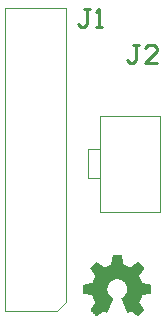
<source format=gto>
G04 Layer_Color=65535*
%FSLAX44Y44*%
%MOMM*%
G71*
G01*
G75*
%ADD10C,0.2540*%
%ADD12C,0.1000*%
G36*
X479307Y686689D02*
Y686535D01*
Y686380D01*
X479462D01*
Y686226D01*
Y686072D01*
Y685918D01*
Y685764D01*
Y685610D01*
Y685456D01*
X479616D01*
Y685302D01*
Y685147D01*
Y684993D01*
Y684839D01*
Y684685D01*
Y684531D01*
Y684377D01*
X479770D01*
Y684223D01*
Y684069D01*
Y683914D01*
Y683760D01*
Y683606D01*
Y683452D01*
X479924D01*
Y683298D01*
Y683144D01*
Y682990D01*
Y682835D01*
Y682681D01*
Y682527D01*
X480078D01*
Y682373D01*
Y682219D01*
Y682065D01*
Y681911D01*
Y681757D01*
X480232D01*
Y681602D01*
Y681448D01*
Y681294D01*
Y681140D01*
Y680986D01*
X480386D01*
Y680832D01*
Y680678D01*
X480541D01*
Y680524D01*
Y680369D01*
Y680215D01*
Y680061D01*
Y679907D01*
X480695D01*
Y679753D01*
Y679599D01*
Y679445D01*
Y679290D01*
Y679136D01*
X480849D01*
Y678982D01*
X481003D01*
Y678828D01*
X481157D01*
Y678674D01*
X481619D01*
Y678520D01*
X482082D01*
Y678366D01*
X482544D01*
Y678212D01*
X483007D01*
Y678057D01*
X483315D01*
Y677903D01*
X483469D01*
Y677749D01*
X483777D01*
Y677595D01*
X484086D01*
Y677441D01*
X484548D01*
Y677287D01*
X485010D01*
Y677133D01*
X485473D01*
Y676979D01*
X485935D01*
Y676824D01*
X486860D01*
Y676979D01*
X487168D01*
Y677133D01*
X487322D01*
Y677287D01*
X487630D01*
Y677441D01*
X487939D01*
Y677595D01*
X488093D01*
Y677749D01*
X488247D01*
Y677903D01*
X488555D01*
Y678057D01*
X488709D01*
Y678212D01*
X488863D01*
Y678366D01*
X489172D01*
Y678520D01*
X489480D01*
Y678674D01*
X489634D01*
Y678828D01*
X489788D01*
Y678982D01*
X489942D01*
Y679136D01*
X490251D01*
Y679290D01*
X490559D01*
Y679445D01*
X490713D01*
Y679599D01*
X491021D01*
Y679753D01*
X491175D01*
Y679907D01*
X491484D01*
Y680061D01*
X491638D01*
Y680215D01*
X491792D01*
Y680369D01*
X491946D01*
Y680524D01*
X492254D01*
Y680678D01*
X492563D01*
Y680832D01*
X492717D01*
Y680986D01*
X493333D01*
Y680832D01*
X493487D01*
Y680678D01*
X493642D01*
Y680524D01*
X493796D01*
Y680369D01*
X493950D01*
Y680215D01*
X494104D01*
Y680061D01*
X494258D01*
Y679907D01*
X494412D01*
Y679753D01*
X494566D01*
Y679599D01*
X494720D01*
Y679445D01*
X494875D01*
Y679290D01*
X495029D01*
Y679136D01*
X495183D01*
Y678982D01*
X495337D01*
Y678828D01*
X495491D01*
Y678674D01*
X495645D01*
Y678520D01*
X495799D01*
Y678366D01*
X495953D01*
Y678212D01*
X496108D01*
Y678057D01*
X496262D01*
Y677903D01*
X496416D01*
Y677749D01*
X496570D01*
Y677595D01*
X496724D01*
Y677441D01*
X496878D01*
Y677287D01*
X497032D01*
Y677133D01*
X497187D01*
Y676979D01*
X497341D01*
Y676824D01*
X497495D01*
Y676670D01*
X497649D01*
Y676516D01*
X497803D01*
Y676362D01*
X497957D01*
Y676208D01*
X498111D01*
Y676054D01*
X498265D01*
Y675900D01*
X498420D01*
Y675745D01*
Y675591D01*
X498265D01*
Y675437D01*
X498111D01*
Y675283D01*
X497957D01*
Y675129D01*
Y674975D01*
X497803D01*
Y674821D01*
Y674667D01*
X497649D01*
Y674512D01*
Y674358D01*
X497495D01*
Y674204D01*
X497341D01*
Y674050D01*
Y673896D01*
X497187D01*
Y673742D01*
X497032D01*
Y673588D01*
X496878D01*
Y673434D01*
Y673279D01*
X496724D01*
Y673125D01*
X496570D01*
Y672971D01*
Y672817D01*
X496416D01*
Y672663D01*
X496262D01*
Y672509D01*
Y672355D01*
X496108D01*
Y672200D01*
X495953D01*
Y672046D01*
Y671892D01*
X495799D01*
Y671738D01*
X495645D01*
Y671584D01*
X495491D01*
Y671430D01*
X495337D01*
Y671276D01*
Y671122D01*
X495183D01*
Y670967D01*
Y670813D01*
X495029D01*
Y670659D01*
X494875D01*
Y670505D01*
Y670351D01*
X494720D01*
Y670197D01*
X494566D01*
Y670043D01*
Y669888D01*
X494412D01*
Y669734D01*
X494258D01*
Y669580D01*
X494104D01*
Y669426D01*
Y669272D01*
Y669118D01*
Y668964D01*
Y668810D01*
X494258D01*
Y668655D01*
Y668501D01*
X494412D01*
Y668347D01*
X494566D01*
Y668193D01*
Y668039D01*
Y667885D01*
X494720D01*
Y667731D01*
Y667577D01*
Y667422D01*
X494875D01*
Y667268D01*
Y667114D01*
X495029D01*
Y666960D01*
Y666806D01*
Y666652D01*
X495183D01*
Y666498D01*
Y666344D01*
X495337D01*
Y666189D01*
Y666035D01*
Y665881D01*
X495491D01*
Y665727D01*
Y665573D01*
X495645D01*
Y665419D01*
X495799D01*
Y665265D01*
Y665110D01*
X495953D01*
Y664956D01*
Y664802D01*
X496108D01*
Y664648D01*
Y664494D01*
Y664340D01*
X496262D01*
Y664186D01*
Y664032D01*
Y663877D01*
X496416D01*
Y663723D01*
Y663569D01*
X496570D01*
Y663415D01*
X496724D01*
Y663261D01*
X497495D01*
Y663107D01*
X498420D01*
Y662953D01*
X499190D01*
Y662798D01*
X499807D01*
Y662644D01*
X500732D01*
Y662490D01*
X501656D01*
Y662336D01*
X501965D01*
Y662182D01*
X502889D01*
Y662028D01*
X503968D01*
Y661874D01*
X504122D01*
Y661720D01*
Y661565D01*
Y661411D01*
Y661257D01*
Y661103D01*
Y660949D01*
Y660795D01*
Y660641D01*
Y660487D01*
Y660332D01*
Y660178D01*
Y660024D01*
Y659870D01*
Y659716D01*
Y659562D01*
Y659408D01*
Y659253D01*
Y659099D01*
Y658945D01*
Y658791D01*
Y658637D01*
Y658483D01*
Y658329D01*
Y658175D01*
Y658020D01*
Y657866D01*
Y657712D01*
Y657558D01*
Y657404D01*
Y657250D01*
Y657096D01*
Y656942D01*
Y656787D01*
Y656633D01*
Y656479D01*
Y656325D01*
Y656171D01*
Y656017D01*
Y655863D01*
Y655708D01*
Y655554D01*
Y655400D01*
Y655246D01*
Y655092D01*
Y654938D01*
Y654784D01*
Y654630D01*
Y654475D01*
Y654321D01*
X503660D01*
Y654167D01*
X502889D01*
Y654013D01*
X502119D01*
Y653859D01*
X501194D01*
Y653705D01*
X500115D01*
Y653551D01*
X499961D01*
Y653397D01*
X499807D01*
Y653551D01*
X499653D01*
Y653397D01*
X499036D01*
Y653242D01*
X498111D01*
Y653088D01*
X497187D01*
Y652934D01*
X496724D01*
Y652780D01*
X496570D01*
Y652626D01*
Y652472D01*
Y652318D01*
X496416D01*
Y652163D01*
Y652009D01*
X496262D01*
Y651855D01*
Y651701D01*
Y651547D01*
X496108D01*
Y651393D01*
Y651239D01*
Y651085D01*
X495953D01*
Y650930D01*
Y650776D01*
Y650622D01*
X495799D01*
Y650468D01*
Y650314D01*
Y650160D01*
X495491D01*
Y650006D01*
Y649852D01*
Y649697D01*
X495337D01*
Y649543D01*
Y649389D01*
Y649235D01*
X495183D01*
Y649081D01*
Y648927D01*
X495029D01*
Y648773D01*
Y648618D01*
Y648464D01*
X494875D01*
Y648310D01*
Y648156D01*
X494720D01*
Y648002D01*
Y647848D01*
Y647694D01*
X494566D01*
Y647540D01*
Y647385D01*
Y647231D01*
X494412D01*
Y647077D01*
Y646923D01*
X494258D01*
Y646769D01*
Y646615D01*
X494412D01*
Y646461D01*
Y646307D01*
X494566D01*
Y646152D01*
X494720D01*
Y645998D01*
Y645844D01*
X494875D01*
Y645690D01*
X495029D01*
Y645536D01*
Y645382D01*
X495183D01*
Y645228D01*
X495337D01*
Y645073D01*
Y644919D01*
X495491D01*
Y644765D01*
X495645D01*
Y644611D01*
X495799D01*
Y644457D01*
X495953D01*
Y644303D01*
Y644149D01*
X496108D01*
Y643995D01*
Y643840D01*
X496262D01*
Y643686D01*
X496416D01*
Y643532D01*
Y643378D01*
X496570D01*
Y643224D01*
Y643070D01*
X496724D01*
Y642916D01*
X496878D01*
Y642762D01*
Y642607D01*
X497187D01*
Y642453D01*
Y642299D01*
X497341D01*
Y642145D01*
X497495D01*
Y641991D01*
Y641837D01*
X497649D01*
Y641683D01*
Y641528D01*
X497803D01*
Y641374D01*
X497957D01*
Y641220D01*
X498111D01*
Y641066D01*
Y640912D01*
X498265D01*
Y640758D01*
X498420D01*
Y640604D01*
Y640450D01*
Y640295D01*
X498265D01*
Y640141D01*
X498111D01*
Y639987D01*
X497957D01*
Y639833D01*
X497803D01*
Y639679D01*
X497649D01*
Y639525D01*
X497495D01*
Y639371D01*
X497341D01*
Y639217D01*
X497187D01*
Y639062D01*
X497032D01*
Y638908D01*
X496878D01*
Y638754D01*
X496724D01*
Y638600D01*
X496570D01*
Y638446D01*
X496416D01*
Y638292D01*
X496262D01*
Y638138D01*
X496108D01*
Y637984D01*
X495953D01*
Y637829D01*
X495799D01*
Y637675D01*
X495645D01*
Y637521D01*
X495491D01*
Y637367D01*
X495337D01*
Y637213D01*
X495183D01*
Y637059D01*
X495029D01*
Y636905D01*
X494875D01*
Y636750D01*
X494720D01*
Y636596D01*
X494566D01*
Y636442D01*
X494412D01*
Y636288D01*
X494258D01*
Y636134D01*
X494104D01*
Y635980D01*
X493950D01*
Y635826D01*
X493796D01*
Y635672D01*
X493642D01*
Y635517D01*
X493487D01*
Y635363D01*
X493333D01*
Y635209D01*
X492871D01*
Y635363D01*
X492563D01*
Y635517D01*
X492408D01*
Y635672D01*
X492254D01*
Y635826D01*
X492100D01*
Y635980D01*
X491792D01*
Y636134D01*
X491484D01*
Y636288D01*
X491330D01*
Y636442D01*
X491021D01*
Y636596D01*
X490713D01*
Y636750D01*
X490559D01*
Y636905D01*
X490405D01*
Y637059D01*
X490251D01*
Y637213D01*
X489942D01*
Y637367D01*
X489788D01*
Y637521D01*
X489480D01*
Y637675D01*
X489326D01*
Y637829D01*
X489018D01*
Y637984D01*
X488863D01*
Y638138D01*
X488555D01*
Y638292D01*
X488401D01*
Y638446D01*
X488093D01*
Y638600D01*
X487939D01*
Y638754D01*
X487630D01*
Y638908D01*
X487476D01*
Y639062D01*
X486552D01*
Y638908D01*
X486243D01*
Y638754D01*
X485935D01*
Y638600D01*
X485473D01*
Y638446D01*
X485164D01*
Y638292D01*
X485010D01*
Y638138D01*
X484702D01*
Y637984D01*
X484394D01*
Y637829D01*
X483931D01*
Y637984D01*
Y638138D01*
X483777D01*
Y638292D01*
Y638446D01*
X483623D01*
Y638600D01*
Y638754D01*
Y638908D01*
X483469D01*
Y639062D01*
Y639217D01*
Y639371D01*
X483315D01*
Y639525D01*
Y639679D01*
Y639833D01*
X483161D01*
Y639987D01*
Y640141D01*
X483007D01*
Y640295D01*
Y640450D01*
X482852D01*
Y640604D01*
Y640758D01*
Y640912D01*
X482698D01*
Y641066D01*
X482544D01*
Y641220D01*
Y641374D01*
X482390D01*
Y641528D01*
Y641683D01*
Y641837D01*
X482236D01*
Y641991D01*
Y642145D01*
Y642299D01*
X482082D01*
Y642453D01*
Y642607D01*
Y642762D01*
X481928D01*
Y642916D01*
Y643070D01*
Y643224D01*
X481773D01*
Y643378D01*
Y643532D01*
Y643686D01*
X481619D01*
Y643840D01*
X481465D01*
Y643995D01*
Y644149D01*
X481311D01*
Y644303D01*
Y644457D01*
Y644611D01*
X481157D01*
Y644765D01*
Y644919D01*
X481003D01*
Y645073D01*
Y645228D01*
X480849D01*
Y645382D01*
Y645536D01*
Y645690D01*
X480695D01*
Y645844D01*
Y645998D01*
X480541D01*
Y646152D01*
Y646307D01*
Y646461D01*
X480386D01*
Y646615D01*
X480232D01*
Y646769D01*
Y646923D01*
X480078D01*
Y647077D01*
Y647231D01*
Y647385D01*
X479924D01*
Y647540D01*
Y647694D01*
Y647848D01*
X479770D01*
Y648002D01*
Y648156D01*
Y648310D01*
X479616D01*
Y648464D01*
Y648618D01*
Y648773D01*
X479462D01*
Y648927D01*
Y649081D01*
X479307D01*
Y649235D01*
Y649389D01*
X479153D01*
Y649543D01*
Y649697D01*
Y649852D01*
X478999D01*
Y650006D01*
X478845D01*
Y650160D01*
Y650314D01*
X478999D01*
Y650468D01*
X479307D01*
Y650622D01*
X479616D01*
Y650776D01*
Y650930D01*
X479924D01*
Y651085D01*
X480078D01*
Y651239D01*
X480232D01*
Y651393D01*
X480541D01*
Y651547D01*
X480695D01*
Y651701D01*
X480849D01*
Y651855D01*
X481157D01*
Y652009D01*
Y652163D01*
X481311D01*
Y652318D01*
X481465D01*
Y652472D01*
X481619D01*
Y652626D01*
X481773D01*
Y652780D01*
X481928D01*
Y652934D01*
X482082D01*
Y653088D01*
X482236D01*
Y653242D01*
Y653397D01*
X482390D01*
Y653551D01*
Y653705D01*
X482544D01*
Y653859D01*
X482698D01*
Y654013D01*
Y654167D01*
X482852D01*
Y654321D01*
X483007D01*
Y654475D01*
Y654630D01*
X483161D01*
Y654784D01*
Y654938D01*
X483315D01*
Y655092D01*
Y655246D01*
Y655400D01*
X483469D01*
Y655554D01*
Y655708D01*
Y655863D01*
Y656017D01*
X483623D01*
Y656171D01*
Y656325D01*
Y656479D01*
Y656633D01*
Y656787D01*
Y656942D01*
X483777D01*
Y657096D01*
Y657250D01*
Y657404D01*
Y657558D01*
Y657712D01*
Y657866D01*
Y658020D01*
Y658175D01*
Y658329D01*
Y658483D01*
Y658637D01*
Y658791D01*
Y658945D01*
Y659099D01*
Y659253D01*
X483623D01*
Y659408D01*
Y659562D01*
Y659716D01*
Y659870D01*
Y660024D01*
Y660178D01*
X483469D01*
Y660332D01*
Y660487D01*
Y660641D01*
Y660795D01*
X483315D01*
Y660949D01*
Y661103D01*
Y661257D01*
X483161D01*
Y661411D01*
Y661565D01*
X483007D01*
Y661720D01*
Y661874D01*
X482852D01*
Y662028D01*
X482698D01*
Y662182D01*
Y662336D01*
X482544D01*
Y662490D01*
X482390D01*
Y662644D01*
Y662798D01*
X482236D01*
Y662953D01*
Y663107D01*
X482082D01*
Y663261D01*
X481928D01*
Y663415D01*
Y663569D01*
X481773D01*
Y663723D01*
X481619D01*
Y663877D01*
X481465D01*
Y664032D01*
X481311D01*
Y664186D01*
X481003D01*
Y664340D01*
X480849D01*
Y664494D01*
X480695D01*
Y664648D01*
X480386D01*
Y664802D01*
X480232D01*
Y664956D01*
Y665110D01*
X480078D01*
Y664956D01*
X479924D01*
Y665110D01*
X479770D01*
Y665265D01*
X479616D01*
Y665419D01*
X479307D01*
Y665573D01*
X478999D01*
Y665727D01*
X478691D01*
Y665881D01*
X478228D01*
Y666035D01*
X477612D01*
Y666189D01*
X477304D01*
Y666344D01*
X476533D01*
Y666498D01*
X474375D01*
Y666344D01*
X473605D01*
Y666189D01*
X473296D01*
Y666035D01*
X472680D01*
Y665881D01*
X472217D01*
Y665727D01*
X471909D01*
Y665573D01*
X471601D01*
Y665419D01*
X471293D01*
Y665265D01*
X471138D01*
Y665110D01*
X470830D01*
Y664956D01*
X470676D01*
Y664802D01*
X470522D01*
Y664648D01*
X470214D01*
Y664494D01*
X470060D01*
Y664340D01*
X469906D01*
Y664186D01*
X469751D01*
Y664032D01*
X469597D01*
Y663877D01*
X469443D01*
Y663723D01*
X469289D01*
Y663569D01*
X469135D01*
Y663415D01*
Y663261D01*
X468827D01*
Y663107D01*
X468672D01*
Y662953D01*
Y662798D01*
X468518D01*
Y662644D01*
X468364D01*
Y662490D01*
Y662336D01*
X468210D01*
Y662182D01*
Y662028D01*
X468056D01*
Y661874D01*
Y661720D01*
X467902D01*
Y661565D01*
Y661411D01*
Y661257D01*
X467748D01*
Y661103D01*
Y660949D01*
Y660795D01*
X467593D01*
Y660641D01*
X467439D01*
Y660487D01*
Y660332D01*
Y660178D01*
X467285D01*
Y660024D01*
Y659870D01*
Y659716D01*
Y659562D01*
Y659408D01*
X467131D01*
Y659253D01*
Y659099D01*
Y658945D01*
Y658791D01*
Y658637D01*
Y658483D01*
Y658329D01*
Y658175D01*
Y658020D01*
Y657866D01*
Y657712D01*
Y657558D01*
Y657404D01*
Y657250D01*
Y657096D01*
Y656942D01*
Y656787D01*
X467285D01*
Y656633D01*
Y656479D01*
Y656325D01*
Y656171D01*
Y656017D01*
X467439D01*
Y655863D01*
Y655708D01*
X467593D01*
Y655554D01*
Y655400D01*
Y655246D01*
X467748D01*
Y655092D01*
Y654938D01*
X467902D01*
Y654784D01*
Y654630D01*
Y654475D01*
X468056D01*
Y654321D01*
Y654167D01*
X468210D01*
Y654013D01*
Y653859D01*
X468364D01*
Y653705D01*
Y653551D01*
X468518D01*
Y653397D01*
Y653242D01*
X468672D01*
Y653088D01*
X468827D01*
Y652934D01*
X468981D01*
Y652780D01*
X469135D01*
Y652626D01*
X469289D01*
Y652472D01*
X469443D01*
Y652318D01*
X469597D01*
Y652163D01*
X469751D01*
Y652009D01*
X469906D01*
Y651855D01*
X470060D01*
Y651701D01*
X470214D01*
Y651547D01*
X470368D01*
Y651393D01*
X470676D01*
Y651239D01*
X470830D01*
Y651085D01*
X470984D01*
Y650930D01*
X471138D01*
Y650776D01*
X471447D01*
Y650622D01*
X471601D01*
Y650468D01*
X472063D01*
Y650314D01*
Y650160D01*
Y650006D01*
X471909D01*
Y649852D01*
Y649697D01*
Y649543D01*
X471755D01*
Y649389D01*
Y649235D01*
X471601D01*
Y649081D01*
Y648927D01*
Y648773D01*
X471447D01*
Y648618D01*
Y648464D01*
X471293D01*
Y648310D01*
X471138D01*
Y648156D01*
Y648002D01*
Y647848D01*
X470984D01*
Y647694D01*
Y647540D01*
Y647385D01*
X470830D01*
Y647231D01*
Y647077D01*
X470676D01*
Y646923D01*
Y646769D01*
X470522D01*
Y646615D01*
Y646461D01*
Y646307D01*
X470368D01*
Y646152D01*
Y645998D01*
Y645844D01*
X470214D01*
Y645690D01*
Y645536D01*
X470060D01*
Y645382D01*
X469906D01*
Y645228D01*
Y645073D01*
Y644919D01*
X469751D01*
Y644765D01*
Y644611D01*
Y644457D01*
X469597D01*
Y644303D01*
Y644149D01*
Y643995D01*
X469443D01*
Y643840D01*
Y643686D01*
Y643532D01*
X469289D01*
Y643378D01*
Y643224D01*
X469135D01*
Y643070D01*
Y642916D01*
X468981D01*
Y642762D01*
Y642607D01*
X468827D01*
Y642453D01*
Y642299D01*
X468672D01*
Y642145D01*
Y641991D01*
X468518D01*
Y641837D01*
Y641683D01*
X468364D01*
Y641528D01*
Y641374D01*
Y641220D01*
X468210D01*
Y641066D01*
Y640912D01*
Y640758D01*
X468056D01*
Y640604D01*
Y640450D01*
Y640295D01*
X467902D01*
Y640141D01*
Y639987D01*
Y639833D01*
X467748D01*
Y639679D01*
Y639525D01*
X467593D01*
Y639371D01*
X467439D01*
Y639217D01*
Y639062D01*
X467285D01*
Y638908D01*
Y638754D01*
Y638600D01*
X467131D01*
Y638446D01*
Y638292D01*
Y638138D01*
X466977D01*
Y637984D01*
Y637829D01*
X466515D01*
Y637984D01*
X466206D01*
Y638138D01*
X466052D01*
Y638292D01*
X465744D01*
Y638446D01*
X465436D01*
Y638600D01*
X465127D01*
Y638754D01*
X464819D01*
Y638908D01*
X464357D01*
Y639062D01*
X463586D01*
Y638908D01*
X463278D01*
Y638754D01*
X462970D01*
Y638600D01*
X462816D01*
Y638446D01*
X462507D01*
Y638292D01*
X462199D01*
Y638138D01*
X462045D01*
Y637984D01*
X461891D01*
Y637829D01*
X461582D01*
Y637675D01*
X461428D01*
Y637521D01*
X461120D01*
Y637367D01*
X460966D01*
Y637213D01*
X460658D01*
Y637059D01*
X460504D01*
Y636905D01*
X460349D01*
Y636750D01*
X460195D01*
Y636596D01*
X459887D01*
Y636442D01*
X459733D01*
Y636288D01*
X459425D01*
Y636134D01*
X459116D01*
Y635980D01*
X458962D01*
Y635826D01*
X458654D01*
Y635672D01*
X458346D01*
Y635517D01*
Y635363D01*
X458192D01*
Y635209D01*
X457575D01*
Y635363D01*
X457421D01*
Y635517D01*
X457267D01*
Y635672D01*
X457113D01*
Y635826D01*
X456959D01*
Y635980D01*
X456804D01*
Y636134D01*
X456650D01*
Y636288D01*
X456496D01*
Y636442D01*
X456342D01*
Y636596D01*
X456188D01*
Y636750D01*
X456034D01*
Y636905D01*
X455880D01*
Y637059D01*
X455726D01*
Y637213D01*
X455571D01*
Y637367D01*
X455417D01*
Y637521D01*
X455263D01*
Y637675D01*
X455109D01*
Y637829D01*
X454955D01*
Y637984D01*
X454801D01*
Y638138D01*
X454647D01*
Y638292D01*
X454492D01*
Y638446D01*
X454338D01*
Y638600D01*
X454184D01*
Y638754D01*
X454030D01*
Y638908D01*
X453876D01*
Y639062D01*
X453722D01*
Y639217D01*
X453568D01*
Y639371D01*
X453414D01*
Y639525D01*
X453259D01*
Y639679D01*
X453105D01*
Y639833D01*
X452951D01*
Y639987D01*
X452797D01*
Y640141D01*
X452643D01*
Y640295D01*
X452489D01*
Y640450D01*
Y640604D01*
X452643D01*
Y640758D01*
Y640912D01*
X452797D01*
Y641066D01*
X452951D01*
Y641220D01*
Y641374D01*
X453105D01*
Y641528D01*
X453259D01*
Y641683D01*
Y641837D01*
X453414D01*
Y641991D01*
X453568D01*
Y642145D01*
X453722D01*
Y642299D01*
Y642453D01*
X453876D01*
Y642607D01*
X454030D01*
Y642762D01*
Y642916D01*
X454184D01*
Y643070D01*
Y643224D01*
X454338D01*
Y643378D01*
X454492D01*
Y643532D01*
X454647D01*
Y643686D01*
Y643840D01*
X454801D01*
Y643995D01*
X454955D01*
Y644149D01*
X455109D01*
Y644303D01*
Y644457D01*
X455263D01*
Y644611D01*
X455417D01*
Y644765D01*
Y644919D01*
X455571D01*
Y645073D01*
Y645228D01*
X455726D01*
Y645382D01*
X455880D01*
Y645536D01*
Y645690D01*
X456034D01*
Y645844D01*
X456188D01*
Y645998D01*
X456342D01*
Y646152D01*
Y646307D01*
X456496D01*
Y646461D01*
Y646615D01*
Y646769D01*
Y646923D01*
Y647077D01*
Y647231D01*
Y647385D01*
X456342D01*
Y647540D01*
Y647694D01*
Y647848D01*
X456188D01*
Y648002D01*
Y648156D01*
X456034D01*
Y648310D01*
X455880D01*
Y648464D01*
Y648618D01*
Y648773D01*
X455726D01*
Y648927D01*
Y649081D01*
Y649235D01*
X455571D01*
Y649389D01*
Y649543D01*
Y649697D01*
X455417D01*
Y649852D01*
Y650006D01*
Y650160D01*
X455263D01*
Y650314D01*
Y650468D01*
Y650622D01*
X455109D01*
Y650776D01*
Y650930D01*
Y651085D01*
X454955D01*
Y651239D01*
Y651393D01*
X454801D01*
Y651547D01*
Y651701D01*
X454647D01*
Y651855D01*
X454492D01*
Y652009D01*
Y652163D01*
Y652318D01*
X454338D01*
Y652472D01*
Y652626D01*
X454184D01*
Y652780D01*
Y652934D01*
X453722D01*
Y653088D01*
X452797D01*
Y653242D01*
X451872D01*
Y653397D01*
X451102D01*
Y653551D01*
X450793D01*
Y653705D01*
X449869D01*
Y653859D01*
X448790D01*
Y654013D01*
X448019D01*
Y654167D01*
X447094D01*
Y654321D01*
X446632D01*
Y654475D01*
Y654630D01*
Y654784D01*
Y654938D01*
Y655092D01*
Y655246D01*
Y655400D01*
Y655554D01*
Y655708D01*
Y655863D01*
Y656017D01*
Y656171D01*
Y656325D01*
Y656479D01*
Y656633D01*
Y656787D01*
Y656942D01*
Y657096D01*
Y657250D01*
Y657404D01*
Y657558D01*
Y657712D01*
Y657866D01*
Y658020D01*
Y658175D01*
Y658329D01*
Y658483D01*
Y658637D01*
Y658791D01*
Y658945D01*
Y659099D01*
Y659253D01*
Y659408D01*
Y659562D01*
Y659716D01*
Y659870D01*
Y660024D01*
Y660178D01*
Y660332D01*
Y660487D01*
Y660641D01*
Y660795D01*
Y660949D01*
Y661103D01*
Y661257D01*
Y661411D01*
Y661565D01*
Y661720D01*
Y661874D01*
X446940D01*
Y662028D01*
X448019D01*
Y662182D01*
X448944D01*
Y662336D01*
X449252D01*
Y662490D01*
X450177D01*
Y662644D01*
X451102D01*
Y662798D01*
X451718D01*
Y662953D01*
X452489D01*
Y663107D01*
X453414D01*
Y663261D01*
X454184D01*
Y663415D01*
X454338D01*
Y663569D01*
Y663723D01*
X454492D01*
Y663877D01*
X454647D01*
Y664032D01*
X454801D01*
Y664186D01*
Y664340D01*
Y664494D01*
X454955D01*
Y664648D01*
X455109D01*
Y664802D01*
Y664956D01*
Y665110D01*
X455263D01*
Y665265D01*
Y665419D01*
Y665573D01*
X455417D01*
Y665727D01*
Y665881D01*
Y666035D01*
X455571D01*
Y666189D01*
Y666344D01*
Y666498D01*
X455726D01*
Y666652D01*
Y666806D01*
X455880D01*
Y666960D01*
Y667114D01*
Y667268D01*
X456034D01*
Y667422D01*
X456188D01*
Y667577D01*
Y667731D01*
X456342D01*
Y667885D01*
Y668039D01*
Y668193D01*
X456496D01*
Y668347D01*
Y668501D01*
X456650D01*
Y668655D01*
Y668810D01*
X456804D01*
Y668964D01*
Y669118D01*
Y669272D01*
Y669426D01*
Y669580D01*
X456650D01*
Y669734D01*
X456496D01*
Y669888D01*
Y670043D01*
X456342D01*
Y670197D01*
X456188D01*
Y670351D01*
X456034D01*
Y670505D01*
Y670659D01*
X455880D01*
Y670813D01*
X455726D01*
Y670967D01*
Y671122D01*
X455571D01*
Y671276D01*
X455417D01*
Y671430D01*
Y671584D01*
X455263D01*
Y671738D01*
Y671892D01*
X455109D01*
Y672046D01*
X454955D01*
Y672200D01*
Y672355D01*
X454801D01*
Y672509D01*
X454647D01*
Y672663D01*
X454492D01*
Y672817D01*
X454338D01*
Y672971D01*
Y673125D01*
X454184D01*
Y673279D01*
X454030D01*
Y673434D01*
Y673588D01*
X453876D01*
Y673742D01*
Y673896D01*
X453722D01*
Y674050D01*
X453568D01*
Y674204D01*
X453414D01*
Y674358D01*
Y674512D01*
X453259D01*
Y674667D01*
X453105D01*
Y674821D01*
Y674975D01*
X452951D01*
Y675129D01*
X452797D01*
Y675283D01*
Y675437D01*
X452643D01*
Y675591D01*
X452489D01*
Y675745D01*
Y675900D01*
X452643D01*
Y676054D01*
X452797D01*
Y676208D01*
X452951D01*
Y676362D01*
X453105D01*
Y676516D01*
X453259D01*
Y676670D01*
X453414D01*
Y676824D01*
X453568D01*
Y676979D01*
X453722D01*
Y677133D01*
X453876D01*
Y677287D01*
X454030D01*
Y677441D01*
X454184D01*
Y677595D01*
X454338D01*
Y677749D01*
X454492D01*
Y677903D01*
X454647D01*
Y678057D01*
X454801D01*
Y678212D01*
X454955D01*
Y678366D01*
X455109D01*
Y678520D01*
X455263D01*
Y678674D01*
X455417D01*
Y678828D01*
X455571D01*
Y678982D01*
X455726D01*
Y679136D01*
X455880D01*
Y679290D01*
X456034D01*
Y679445D01*
X456188D01*
Y679599D01*
X456342D01*
Y679753D01*
X456496D01*
Y679907D01*
X456650D01*
Y680061D01*
X456804D01*
Y680215D01*
X456959D01*
Y680369D01*
X457113D01*
Y680524D01*
X457267D01*
Y680678D01*
X457421D01*
Y680832D01*
X457575D01*
Y680986D01*
X458192D01*
Y680832D01*
X458500D01*
Y680678D01*
X458654D01*
Y680524D01*
X458962D01*
Y680369D01*
X459116D01*
Y680215D01*
X459271D01*
Y680061D01*
X459425D01*
Y679907D01*
X459733D01*
Y679753D01*
X460041D01*
Y679599D01*
X460195D01*
Y679445D01*
X460349D01*
Y679290D01*
X460658D01*
Y679136D01*
X460812D01*
Y678982D01*
X460966D01*
Y678828D01*
X461274D01*
Y678674D01*
X461582D01*
Y678520D01*
X461737D01*
Y678366D01*
X462045D01*
Y678212D01*
X462353D01*
Y678057D01*
X462507D01*
Y677903D01*
X462661D01*
Y677749D01*
X462816D01*
Y677595D01*
X463124D01*
Y677441D01*
X463278D01*
Y677287D01*
X463586D01*
Y677133D01*
X463740D01*
Y676979D01*
X464049D01*
Y676824D01*
X464973D01*
Y676979D01*
X465436D01*
Y677133D01*
X465898D01*
Y677287D01*
X466361D01*
Y677441D01*
X466823D01*
Y677595D01*
X466977D01*
Y677749D01*
X467439D01*
Y677903D01*
X467748D01*
Y678057D01*
X468056D01*
Y678212D01*
X468364D01*
Y678366D01*
X468827D01*
Y678520D01*
X469289D01*
Y678674D01*
X469751D01*
Y678828D01*
X469906D01*
Y678982D01*
X470060D01*
Y679136D01*
X470214D01*
Y679290D01*
X470368D01*
Y679445D01*
Y679599D01*
Y679753D01*
Y679907D01*
X470522D01*
Y680061D01*
Y680215D01*
Y680369D01*
Y680524D01*
Y680678D01*
Y680832D01*
Y680986D01*
X470676D01*
Y681140D01*
Y681294D01*
Y681448D01*
Y681602D01*
Y681757D01*
Y681911D01*
X470830D01*
Y682065D01*
Y682219D01*
Y682373D01*
Y682527D01*
Y682681D01*
Y682835D01*
Y682990D01*
X470984D01*
Y683144D01*
Y683298D01*
Y683452D01*
Y683606D01*
Y683760D01*
Y683914D01*
X471138D01*
Y684069D01*
Y684223D01*
Y684377D01*
Y684531D01*
Y684685D01*
X471293D01*
Y684839D01*
Y684993D01*
X471447D01*
Y685147D01*
Y685302D01*
Y685456D01*
Y685610D01*
Y685764D01*
X471601D01*
Y685918D01*
Y686072D01*
Y686226D01*
Y686380D01*
Y686535D01*
Y686689D01*
X471755D01*
Y686843D01*
X479307D01*
Y686689D01*
D02*
G37*
D10*
X452117Y895345D02*
X447038D01*
X449577D01*
Y882649D01*
X447038Y880110D01*
X444499D01*
X441960Y882649D01*
X457195Y880110D02*
X462273D01*
X459734D01*
Y895345D01*
X457195Y892806D01*
X494027Y864865D02*
X488948D01*
X491488D01*
Y852169D01*
X488948Y849630D01*
X486409D01*
X483870Y852169D01*
X509262Y849630D02*
X499105D01*
X509262Y859787D01*
Y862326D01*
X506723Y864865D01*
X501644D01*
X499105Y862326D01*
D12*
X450596Y752540D02*
X461010D01*
X450596D02*
Y776540D01*
X461010D01*
Y776478D02*
Y777494D01*
Y805180D02*
X511810D01*
Y723900D02*
Y805180D01*
X461010Y723900D02*
X511810D01*
X461010D02*
Y805180D01*
X432308Y646938D02*
Y896366D01*
X424688Y639318D02*
X432308Y646938D01*
X379984Y896366D02*
X432308D01*
X379984Y639318D02*
X424688D01*
X379984D02*
Y896366D01*
M02*

</source>
